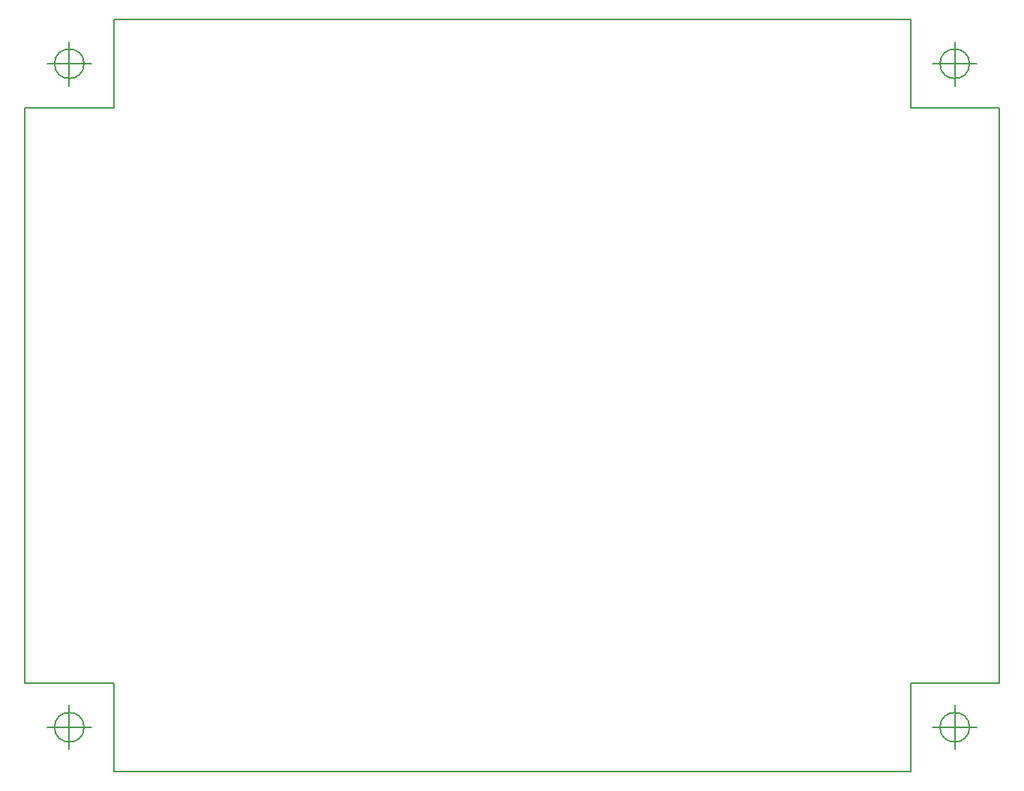
<source format=gbr>
G04 #@! TF.GenerationSoftware,KiCad,Pcbnew,(5.1.4)-1*
G04 #@! TF.CreationDate,2019-12-04T23:14:54+01:00*
G04 #@! TF.ProjectId,instru_bab_v2,696e7374-7275-45f6-9261-625f76322e6b,rev?*
G04 #@! TF.SameCoordinates,Original*
G04 #@! TF.FileFunction,Other,Comment*
%FSLAX46Y46*%
G04 Gerber Fmt 4.6, Leading zero omitted, Abs format (unit mm)*
G04 Created by KiCad (PCBNEW (5.1.4)-1) date 2019-12-04 23:14:54*
%MOMM*%
%LPD*%
G04 APERTURE LIST*
%ADD10C,0.200000*%
%ADD11C,0.150000*%
G04 APERTURE END LIST*
D10*
X139667825Y-108334814D02*
G75*
G03X139667825Y-108334814I-1666666J0D01*
G01*
X135501159Y-108334814D02*
X140501159Y-108334814D01*
X138001159Y-105834814D02*
X138001159Y-110834814D01*
X139667825Y-33334814D02*
G75*
G03X139667825Y-33334814I-1666666J0D01*
G01*
X135501159Y-33334814D02*
X140501159Y-33334814D01*
X138001159Y-30834814D02*
X138001159Y-35834814D01*
X39667825Y-108334814D02*
G75*
G03X39667825Y-108334814I-1666666J0D01*
G01*
X35501159Y-108334814D02*
X40501159Y-108334814D01*
X38001159Y-105834814D02*
X38001159Y-110834814D01*
X39667825Y-33334814D02*
G75*
G03X39667825Y-33334814I-1666666J0D01*
G01*
X35501159Y-33334814D02*
X40501159Y-33334814D01*
X38001159Y-30834814D02*
X38001159Y-35834814D01*
D11*
X43001159Y-103334814D02*
X33001159Y-103334814D01*
X43001159Y-113334814D02*
X43001159Y-103334814D01*
X133001159Y-113334814D02*
X43001159Y-113334814D01*
X133001159Y-103334814D02*
X133001159Y-113334814D01*
X143001159Y-103334814D02*
X133001159Y-103334814D01*
X143001159Y-38334814D02*
X143001159Y-103334814D01*
X133001159Y-38334814D02*
X143001159Y-38334814D01*
X133001159Y-28334814D02*
X133001159Y-38334814D01*
X43001159Y-28334814D02*
X133001159Y-28334814D01*
X43001159Y-38334814D02*
X43001159Y-28334814D01*
X33001159Y-38334814D02*
X43001159Y-38334814D01*
X33001159Y-103334814D02*
X33001159Y-38334814D01*
M02*

</source>
